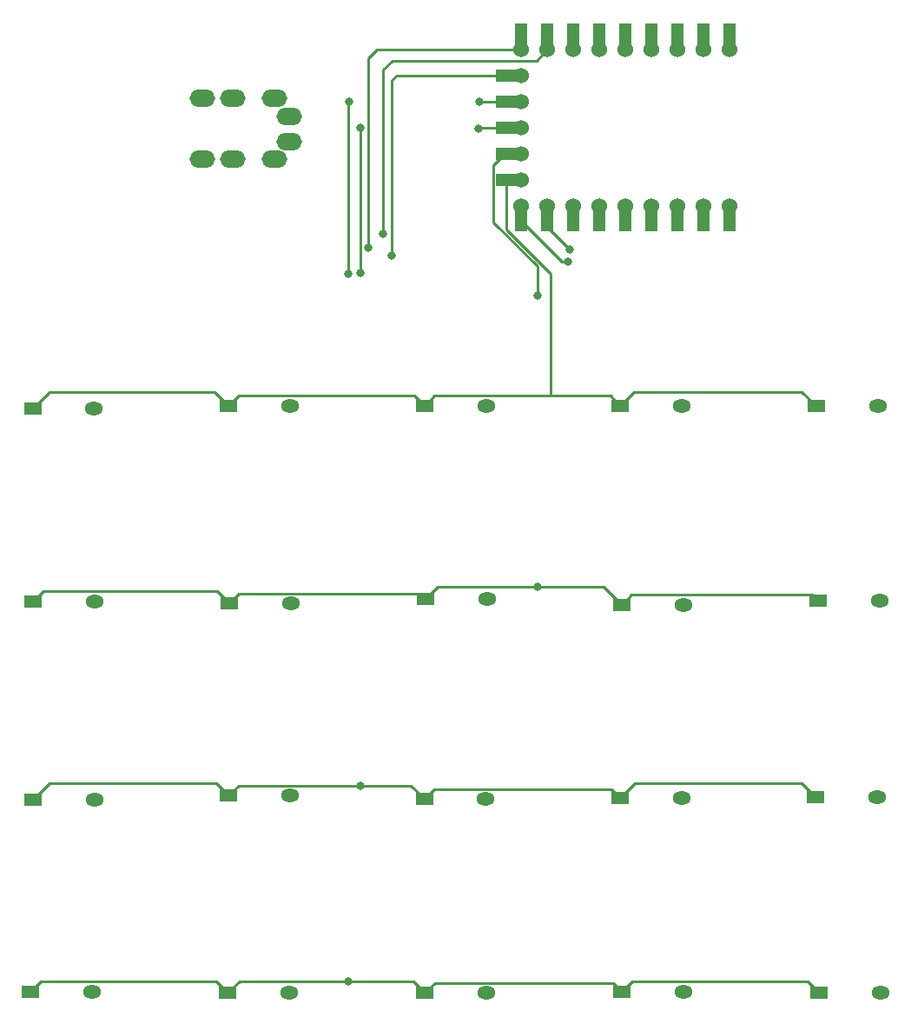
<source format=gbr>
%TF.GenerationSoftware,KiCad,Pcbnew,7.0.1-0*%
%TF.CreationDate,2023-09-10T15:08:47+09:00*%
%TF.ProjectId,jisaku20rp,6a697361-6b75-4323-9072-702e6b696361,rev?*%
%TF.SameCoordinates,Original*%
%TF.FileFunction,Copper,L1,Top*%
%TF.FilePolarity,Positive*%
%FSLAX46Y46*%
G04 Gerber Fmt 4.6, Leading zero omitted, Abs format (unit mm)*
G04 Created by KiCad (PCBNEW 7.0.1-0) date 2023-09-10 15:08:47*
%MOMM*%
%LPD*%
G01*
G04 APERTURE LIST*
%TA.AperFunction,ComponentPad*%
%ADD10O,2.500000X1.700000*%
%TD*%
%TA.AperFunction,ComponentPad*%
%ADD11C,1.524000*%
%TD*%
%TA.AperFunction,SMDPad,CuDef*%
%ADD12R,1.200000X2.000000*%
%TD*%
%TA.AperFunction,SMDPad,CuDef*%
%ADD13R,2.000000X1.200000*%
%TD*%
%TA.AperFunction,ComponentPad*%
%ADD14R,1.778000X1.300000*%
%TD*%
%TA.AperFunction,ComponentPad*%
%ADD15O,1.778000X1.300000*%
%TD*%
%TA.AperFunction,ViaPad*%
%ADD16C,0.800000*%
%TD*%
%TA.AperFunction,Conductor*%
%ADD17C,0.250000*%
%TD*%
G04 APERTURE END LIST*
D10*
%TO.P,J1,A*%
%TO.N,unconnected-(J1-PadA)*%
X22060000Y17520000D03*
X22060000Y19970000D03*
%TO.P,J1,B*%
%TO.N,data*%
X13560000Y15770000D03*
X13560000Y21720000D03*
%TO.P,J1,C*%
%TO.N,GND*%
X16560000Y15770000D03*
X16560000Y21720000D03*
%TO.P,J1,D*%
%TO.N,VCC*%
X20560000Y15770000D03*
X20560000Y21720000D03*
%TD*%
D11*
%TO.P,U2,0,GP0*%
%TO.N,unconnected-(U2-GP0-Pad0)*%
X65000000Y11230000D03*
D12*
X65000000Y9760000D03*
D11*
%TO.P,U2,1,GP1*%
%TO.N,data*%
X62460000Y11230000D03*
D12*
X62460000Y9760000D03*
D11*
%TO.P,U2,2,GP2*%
%TO.N,unconnected-(U2-GP2-Pad2)*%
X59920000Y11230000D03*
D12*
X59920000Y9760000D03*
D11*
%TO.P,U2,3,GP3*%
%TO.N,unconnected-(U2-GP3-Pad3)*%
X57380000Y11230000D03*
D12*
X57380000Y9760000D03*
D11*
%TO.P,U2,4,GP4*%
%TO.N,unconnected-(U2-GP4-Pad4)*%
X54840000Y11230000D03*
D12*
X54840000Y9760000D03*
D11*
%TO.P,U2,5,GP5*%
%TO.N,unconnected-(U2-GP5-Pad5)*%
X52300000Y11230000D03*
D12*
X52300000Y9760000D03*
D11*
%TO.P,U2,6,GP6*%
%TO.N,unconnected-(U2-GP6-Pad6)*%
X49760000Y11230000D03*
D12*
X49760000Y9760000D03*
D11*
%TO.P,U2,7,GP7*%
%TO.N,col4*%
X47220000Y11230000D03*
D12*
X47220000Y9760000D03*
D11*
%TO.P,U2,8,GP8*%
%TO.N,col3*%
X44680000Y11230000D03*
D12*
X44680000Y9760000D03*
D11*
%TO.P,U2,9,GP9*%
%TO.N,row0*%
X44680000Y13770000D03*
D13*
X43230000Y13770000D03*
D11*
%TO.P,U2,10,GP10*%
%TO.N,row1*%
X44680000Y16310000D03*
D13*
X43230000Y16310000D03*
D11*
%TO.P,U2,11,GP11*%
%TO.N,row2*%
X44680000Y18850000D03*
D13*
X43220000Y18850000D03*
D11*
%TO.P,U2,12,GP12*%
%TO.N,row3*%
X44680000Y21390000D03*
D13*
X43240000Y21390000D03*
D11*
%TO.P,U2,13,GP13*%
%TO.N,col2*%
X44680000Y23930000D03*
D13*
X43230000Y23930000D03*
D12*
%TO.P,U2,14,GP14*%
%TO.N,col1*%
X44680000Y27940000D03*
D11*
X44680000Y26470000D03*
D12*
%TO.P,U2,15,GP15*%
%TO.N,col0*%
X47220000Y27940000D03*
D11*
X47220000Y26470000D03*
D12*
%TO.P,U2,26,GP26*%
%TO.N,unconnected-(U2-GP26-Pad26)*%
X49760000Y27940000D03*
D11*
X49760000Y26470000D03*
D12*
%TO.P,U2,27,GP27*%
%TO.N,unconnected-(U2-GP27-Pad27)*%
X52300000Y27940000D03*
D11*
X52300000Y26470000D03*
D12*
%TO.P,U2,28,GP28*%
%TO.N,unconnected-(U2-GP28-Pad28)*%
X54840000Y27940000D03*
D11*
X54840000Y26470000D03*
D12*
%TO.P,U2,29,GP29*%
%TO.N,unconnected-(U2-GP29-Pad29)*%
X57380000Y27940000D03*
D11*
X57380000Y26470000D03*
D12*
%TO.P,U2,30,3V3*%
%TO.N,unconnected-(U2-3V3-Pad30)*%
X59920000Y27940000D03*
D11*
X59920000Y26470000D03*
D12*
%TO.P,U2,31,GND*%
%TO.N,GND*%
X62460000Y27940000D03*
D11*
X62460000Y26470000D03*
D12*
%TO.P,U2,32,5V*%
%TO.N,VCC*%
X65000000Y27940000D03*
D11*
X65000000Y26470000D03*
%TD*%
D14*
%TO.P,D15,1,K*%
%TO.N,row2*%
X73360000Y-46332500D03*
D15*
%TO.P,D15,2,A*%
%TO.N,Net-(D15-A)*%
X79360000Y-46332500D03*
%TD*%
D14*
%TO.P,D11,1,K*%
%TO.N,row2*%
X-2930000Y-46640000D03*
D15*
%TO.P,D11,2,A*%
%TO.N,Net-(D11-A)*%
X3070000Y-46640000D03*
%TD*%
D14*
%TO.P,D4,1,K*%
%TO.N,row0*%
X54330000Y-8240000D03*
D15*
%TO.P,D4,2,A*%
%TO.N,Net-(D4-A)*%
X60330000Y-8240000D03*
%TD*%
D14*
%TO.P,D6,1,K*%
%TO.N,row1*%
X-2950000Y-27340000D03*
D15*
%TO.P,D6,2,A*%
%TO.N,Net-(D6-A)*%
X3050000Y-27340000D03*
%TD*%
D14*
%TO.P,D9,1,K*%
%TO.N,row1*%
X54440000Y-27630000D03*
D15*
%TO.P,D9,2,A*%
%TO.N,Net-(D9-A)*%
X60440000Y-27630000D03*
%TD*%
D14*
%TO.P,D8,1,K*%
%TO.N,row1*%
X35310000Y-27050000D03*
D15*
%TO.P,D8,2,A*%
%TO.N,Net-(D8-A)*%
X41310000Y-27050000D03*
%TD*%
D14*
%TO.P,D20,1,K*%
%TO.N,row3*%
X73695000Y-65430000D03*
D15*
%TO.P,D20,2,A*%
%TO.N,Net-(D20-A)*%
X79695000Y-65430000D03*
%TD*%
D14*
%TO.P,D17,1,K*%
%TO.N,row3*%
X16061250Y-65430000D03*
D15*
%TO.P,D17,2,A*%
%TO.N,Net-(D17-A)*%
X22061250Y-65430000D03*
%TD*%
D14*
%TO.P,D12,1,K*%
%TO.N,row2*%
X16142500Y-46230000D03*
D15*
%TO.P,D12,2,A*%
%TO.N,Net-(D12-A)*%
X22142500Y-46230000D03*
%TD*%
D14*
%TO.P,D10,1,K*%
%TO.N,row1*%
X73570000Y-27195000D03*
D15*
%TO.P,D10,2,A*%
%TO.N,Net-(D10-A)*%
X79570000Y-27195000D03*
%TD*%
D14*
%TO.P,D5,1,K*%
%TO.N,row0*%
X73430000Y-8300000D03*
D15*
%TO.P,D5,2,A*%
%TO.N,Net-(D5-A)*%
X79430000Y-8300000D03*
%TD*%
D14*
%TO.P,D13,1,K*%
%TO.N,row2*%
X35215000Y-46537500D03*
D15*
%TO.P,D13,2,A*%
%TO.N,Net-(D13-A)*%
X41215000Y-46537500D03*
%TD*%
D14*
%TO.P,D1,1,K*%
%TO.N,row0*%
X-2970000Y-8510000D03*
D15*
%TO.P,D1,2,A*%
%TO.N,Net-(D1-A)*%
X3030000Y-8510000D03*
%TD*%
D14*
%TO.P,D14,1,K*%
%TO.N,row2*%
X54287500Y-46435000D03*
D15*
%TO.P,D14,2,A*%
%TO.N,Net-(D14-A)*%
X60287500Y-46435000D03*
%TD*%
D14*
%TO.P,D7,1,K*%
%TO.N,row1*%
X16180000Y-27485000D03*
D15*
%TO.P,D7,2,A*%
%TO.N,Net-(D7-A)*%
X22180000Y-27485000D03*
%TD*%
D14*
%TO.P,D3,1,K*%
%TO.N,row0*%
X35230000Y-8240000D03*
D15*
%TO.P,D3,2,A*%
%TO.N,Net-(D3-A)*%
X41230000Y-8240000D03*
%TD*%
D14*
%TO.P,D19,1,K*%
%TO.N,row3*%
X54483750Y-65300000D03*
D15*
%TO.P,D19,2,A*%
%TO.N,Net-(D19-A)*%
X60483750Y-65300000D03*
%TD*%
D14*
%TO.P,D18,1,K*%
%TO.N,row3*%
X35272500Y-65430000D03*
D15*
%TO.P,D18,2,A*%
%TO.N,Net-(D18-A)*%
X41272500Y-65430000D03*
%TD*%
D14*
%TO.P,D16,1,K*%
%TO.N,row3*%
X-3150000Y-65300000D03*
D15*
%TO.P,D16,2,A*%
%TO.N,Net-(D16-A)*%
X2850000Y-65300000D03*
%TD*%
D14*
%TO.P,D2,1,K*%
%TO.N,row0*%
X16130000Y-8240000D03*
D15*
%TO.P,D2,2,A*%
%TO.N,Net-(D2-A)*%
X22130000Y-8240000D03*
%TD*%
D16*
%TO.N,row1*%
X46220000Y2490000D03*
X46220000Y-25840000D03*
%TO.N,row2*%
X28980000Y-45255000D03*
X28970000Y4720000D03*
X28960000Y18850000D03*
X40490000Y18720000D03*
%TO.N,row3*%
X27820000Y4640000D03*
X27810000Y-64320000D03*
X40560000Y21370000D03*
X27840000Y21410000D03*
%TO.N,col0*%
X31220000Y8510000D03*
%TO.N,col1*%
X29770000Y7110000D03*
%TO.N,col2*%
X32050000Y6410000D03*
%TO.N,col3*%
X49220000Y5790000D03*
%TO.N,col4*%
X49410000Y6955000D03*
%TD*%
D17*
%TO.N,row0*%
X47530000Y-7265000D02*
X53355000Y-7265000D01*
X14787273Y-6897273D02*
X16130000Y-8240000D01*
X55651968Y-6918032D02*
X66350030Y-6918032D01*
X36205000Y-7265000D02*
X47530000Y-7265000D01*
X34255000Y-7265000D02*
X35230000Y-8240000D01*
X43230000Y9590000D02*
X43230000Y8960000D01*
X66350030Y-6918032D02*
X66680000Y-6897273D01*
X53355000Y-7265000D02*
X54330000Y-8240000D01*
X72027273Y-6897273D02*
X73430000Y-8300000D01*
X17105000Y-7265000D02*
X34255000Y-7265000D01*
X54330000Y-8240000D02*
X55651968Y-6918032D01*
X47560000Y1260000D02*
X47560000Y-7235000D01*
X-1357273Y-6897273D02*
X14787273Y-6897273D01*
X-2970000Y-8510000D02*
X-1357273Y-6897273D01*
X47560000Y-7235000D02*
X47530000Y-7265000D01*
X43230000Y8960000D02*
X47560000Y4630000D01*
X47560000Y4630000D02*
X47560000Y1260000D01*
X43230000Y13770000D02*
X44680000Y13770000D01*
X47560000Y3850000D02*
X47560000Y1260000D01*
X66680000Y-6897273D02*
X72027273Y-6897273D01*
X35230000Y-8240000D02*
X36205000Y-7265000D01*
X43230000Y9590000D02*
X43230000Y13770000D01*
X16130000Y-8240000D02*
X17105000Y-7265000D01*
%TO.N,row1*%
X54440000Y-27630000D02*
X52650000Y-25840000D01*
X16180000Y-27485000D02*
X15025000Y-26330000D01*
X46220000Y-25840000D02*
X36520000Y-25840000D01*
X35310000Y-27050000D02*
X34770000Y-26510000D01*
X36520000Y-25840000D02*
X35310000Y-27050000D01*
X46220000Y5333604D02*
X41905000Y9648604D01*
X46220000Y2490000D02*
X46220000Y5333604D01*
X43050000Y16310000D02*
X44680000Y16310000D01*
X55415000Y-26655000D02*
X54440000Y-27630000D01*
X46260000Y2530000D02*
X46220000Y2490000D01*
X41905000Y9648604D02*
X41905000Y15165000D01*
X52650000Y-25840000D02*
X46220000Y-25840000D01*
X73030000Y-26655000D02*
X55415000Y-26655000D01*
X34770000Y-26510000D02*
X17155000Y-26510000D01*
X15025000Y-26330000D02*
X-1940000Y-26330000D01*
X41905000Y15165000D02*
X43050000Y16310000D01*
X-1940000Y-26330000D02*
X-2950000Y-27340000D01*
X73570000Y-27195000D02*
X73030000Y-26655000D01*
X17155000Y-26510000D02*
X16180000Y-27485000D01*
%TO.N,row2*%
X28960000Y4730000D02*
X28970000Y4720000D01*
X35215000Y-46537500D02*
X36190000Y-45562500D01*
X55725227Y-44997273D02*
X72024773Y-44997273D01*
X43220000Y18850000D02*
X40620000Y18850000D01*
X54287500Y-46435000D02*
X55725227Y-44997273D01*
X44680000Y18850000D02*
X43220000Y18850000D01*
X33932500Y-45255000D02*
X35215000Y-46537500D01*
X72024773Y-44997273D02*
X73360000Y-46332500D01*
X28980000Y-45255000D02*
X33932500Y-45255000D01*
X53415000Y-45562500D02*
X54287500Y-46435000D01*
X17117500Y-45255000D02*
X28980000Y-45255000D01*
X-1287273Y-44997273D02*
X14909773Y-44997273D01*
X36190000Y-45562500D02*
X53415000Y-45562500D01*
X40620000Y18850000D02*
X40490000Y18720000D01*
X28960000Y18850000D02*
X28960000Y4730000D01*
X28970000Y8260000D02*
X28970000Y4720000D01*
X-2930000Y-46640000D02*
X-1287273Y-44997273D01*
X16142500Y-46230000D02*
X17117500Y-45255000D01*
X14909773Y-44997273D02*
X16142500Y-46230000D01*
%TO.N,row3*%
X27810000Y-64320000D02*
X17171250Y-64320000D01*
X54483750Y-65300000D02*
X55458750Y-64325000D01*
X72590000Y-64325000D02*
X73695000Y-65430000D01*
X55458750Y-64325000D02*
X72590000Y-64325000D01*
X36247500Y-64455000D02*
X35272500Y-65430000D01*
X16061250Y-65430000D02*
X14951250Y-64320000D01*
X35272500Y-65430000D02*
X34162500Y-64320000D01*
X54483750Y-65300000D02*
X53638750Y-64455000D01*
X53638750Y-64455000D02*
X36247500Y-64455000D01*
X27820000Y21390000D02*
X27840000Y21410000D01*
X27820000Y4640000D02*
X27820000Y8440000D01*
X40580000Y21390000D02*
X44680000Y21390000D01*
X17171250Y-64320000D02*
X16061250Y-65430000D01*
X27820000Y8440000D02*
X27820000Y21390000D01*
X-2170000Y-64320000D02*
X-3150000Y-65300000D01*
X40560000Y21370000D02*
X40580000Y21390000D01*
X14951250Y-64320000D02*
X-2170000Y-64320000D01*
X34162500Y-64320000D02*
X27810000Y-64320000D01*
%TO.N,col0*%
X32073000Y25383000D02*
X31220000Y24530000D01*
X47220000Y26470000D02*
X47220000Y27940000D01*
X47220000Y26470000D02*
X46133000Y25383000D01*
X46133000Y25383000D02*
X32073000Y25383000D01*
X31220000Y24530000D02*
X31220000Y8510000D01*
%TO.N,col1*%
X39870000Y26470000D02*
X41230000Y26470000D01*
X30630000Y26470000D02*
X41230000Y26470000D01*
X44680000Y27940000D02*
X44680000Y26470000D01*
X29770000Y7110000D02*
X29770000Y25610000D01*
X41230000Y26470000D02*
X44680000Y26470000D01*
X29770000Y25610000D02*
X30630000Y26470000D01*
%TO.N,col2*%
X32050000Y23480000D02*
X32050000Y6410000D01*
X44680000Y23930000D02*
X40970000Y23930000D01*
X40970000Y23930000D02*
X32500000Y23930000D01*
X32500000Y23930000D02*
X32050000Y23480000D01*
%TO.N,col3*%
X44680000Y11230000D02*
X44680000Y9760000D01*
X49220000Y5790000D02*
X48650000Y5790000D01*
X48650000Y5790000D02*
X44680000Y9760000D01*
%TO.N,col4*%
X47220000Y9145000D02*
X49410000Y6955000D01*
X47220000Y11230000D02*
X47220000Y9760000D01*
X47220000Y9760000D02*
X47220000Y9145000D01*
%TD*%
M02*

</source>
